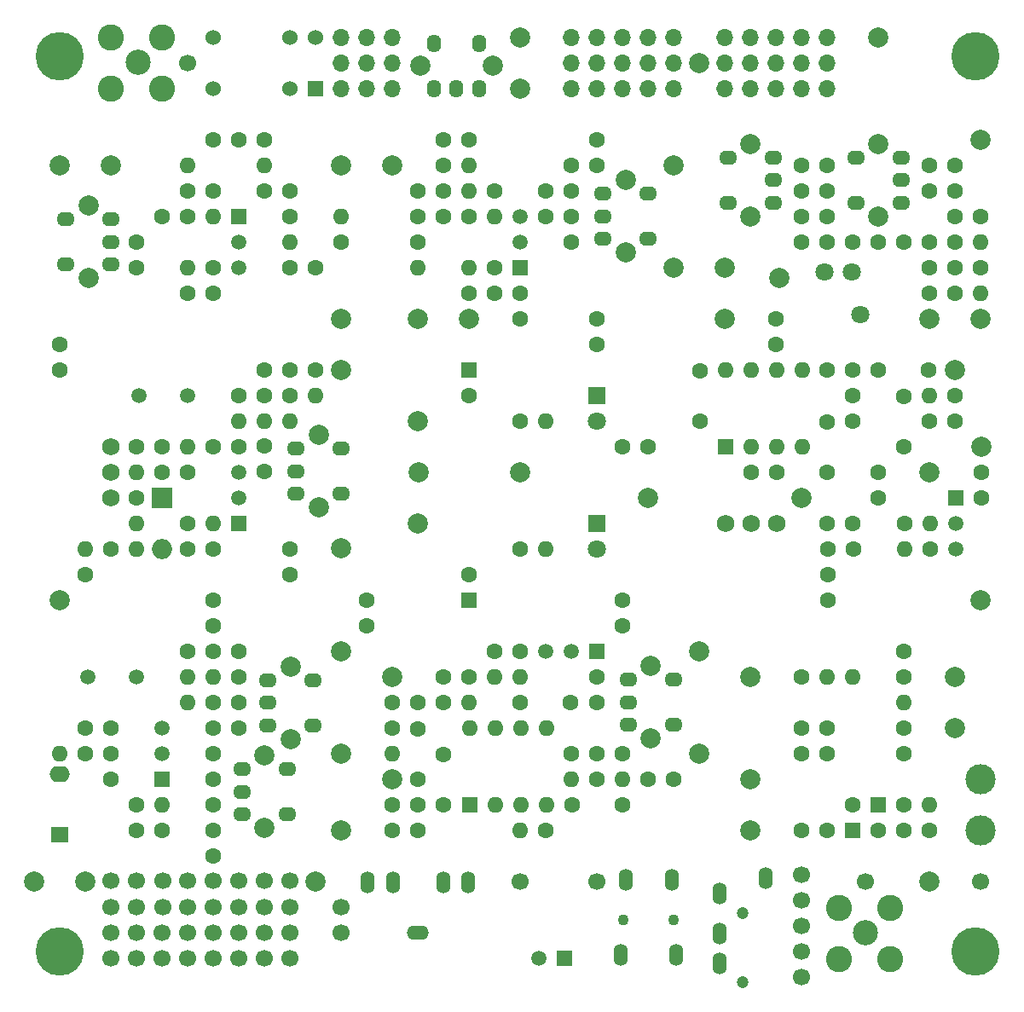
<source format=gbr>
%TF.GenerationSoftware,KiCad,Pcbnew,7.0.2-0*%
%TF.CreationDate,2024-07-29T15:30:36+09:00*%
%TF.ProjectId,am-pcb4,616d2d70-6362-4342-9e6b-696361645f70,rev?*%
%TF.SameCoordinates,Original*%
%TF.FileFunction,Soldermask,Bot*%
%TF.FilePolarity,Negative*%
%FSLAX46Y46*%
G04 Gerber Fmt 4.6, Leading zero omitted, Abs format (unit mm)*
G04 Created by KiCad (PCBNEW 7.0.2-0) date 2024-07-29 15:30:36*
%MOMM*%
%LPD*%
G01*
G04 APERTURE LIST*
%ADD10O,2.200000X1.400000*%
%ADD11O,1.400000X2.200000*%
%ADD12C,1.100000*%
%ADD13C,1.700000*%
%ADD14O,1.700000X1.700000*%
%ADD15R,1.524000X1.524000*%
%ADD16C,1.524000*%
%ADD17C,4.800000*%
%ADD18C,1.600000*%
%ADD19O,1.600000X1.600000*%
%ADD20C,2.000000*%
%ADD21R,1.500000X1.500000*%
%ADD22C,1.500000*%
%ADD23R,1.600000X1.600000*%
%ADD24R,1.800000X1.800000*%
%ADD25C,1.800000*%
%ADD26O,1.400000X1.800000*%
%ADD27C,2.600000*%
%ADD28C,2.500000*%
%ADD29R,2.000000X2.000000*%
%ADD30O,2.000000X2.000000*%
%ADD31O,1.800000X1.400000*%
%ADD32C,1.750000*%
%ADD33O,2.000000X1.600000*%
%ADD34R,1.800000X1.600000*%
%ADD35C,3.000000*%
%ADD36C,1.200000*%
G04 APERTURE END LIST*
D10*
%TO.C,J94*%
X215900000Y-132080000D03*
D11*
X210900000Y-127080000D03*
X213400000Y-127080000D03*
X220900000Y-127080000D03*
X218400000Y-127080000D03*
%TD*%
D12*
%TO.C,J95*%
X241300000Y-130810000D03*
X236300000Y-130810000D03*
D11*
X236500000Y-126810000D03*
X241100000Y-126810000D03*
X241550000Y-134310000D03*
X236050000Y-134310000D03*
%TD*%
D13*
%TO.C,TP118*%
X254000000Y-128905000D03*
%TD*%
%TO.C,TP119*%
X254000000Y-136525000D03*
%TD*%
%TO.C,TP98*%
X254000000Y-133985000D03*
%TD*%
D14*
%TO.C,J102*%
X208280000Y-43180000D03*
X208280000Y-45720000D03*
X208280000Y-48260000D03*
X210820000Y-43180000D03*
X210820000Y-45720000D03*
X210820000Y-48260000D03*
X213360000Y-43180000D03*
X213360000Y-45720000D03*
X213360000Y-48260000D03*
%TD*%
D15*
%TO.C,K91*%
X205740000Y-48260000D03*
D16*
X205740000Y-43180000D03*
X203200000Y-48260000D03*
X203200000Y-43180000D03*
X195580000Y-48260000D03*
X195580000Y-43180000D03*
%TD*%
D17*
%TO.C,Z3*%
X180340000Y-133985000D03*
%TD*%
D18*
%TO.C,R23*%
X193040000Y-86360000D03*
D19*
X193040000Y-83820000D03*
%TD*%
D20*
%TO.C,TP71*%
X213360000Y-106680000D03*
%TD*%
D18*
%TO.C,C8*%
X210820000Y-101600000D03*
X210820000Y-99060000D03*
%TD*%
%TO.C,C54*%
X264160000Y-78820000D03*
X264160000Y-83820000D03*
%TD*%
D20*
%TO.C,TP101*%
X208280000Y-71120000D03*
%TD*%
D18*
%TO.C,C77*%
X218440000Y-114380000D03*
X218440000Y-119380000D03*
%TD*%
%TO.C,L71*%
X236220000Y-114300000D03*
D19*
X236220000Y-116840000D03*
%TD*%
D18*
%TO.C,L61*%
X182880000Y-114300000D03*
D19*
X180340000Y-114300000D03*
%TD*%
D18*
%TO.C,R76*%
X228600000Y-121920000D03*
D19*
X226060000Y-121920000D03*
%TD*%
D21*
%TO.C,Q61*%
X190500000Y-116840000D03*
D22*
X190500000Y-114300000D03*
X190500000Y-111760000D03*
%TD*%
D20*
%TO.C,TP86*%
X248920000Y-121920000D03*
%TD*%
D18*
%TO.C,C16*%
X195580000Y-66040000D03*
X195580000Y-68580000D03*
%TD*%
D13*
%TO.C,J104*%
X185420000Y-134620000D03*
X187960000Y-134620000D03*
X190500000Y-134620000D03*
X193040000Y-134620000D03*
X195580000Y-134620000D03*
X198120000Y-134620000D03*
X200660000Y-134620000D03*
X203200000Y-134620000D03*
X185420000Y-132080000D03*
X187960000Y-132080000D03*
X190500000Y-132080000D03*
X193040000Y-132080000D03*
X195580000Y-132080000D03*
X198120000Y-132080000D03*
X200660000Y-132080000D03*
X203200000Y-132080000D03*
X185420000Y-129540000D03*
X187960000Y-129540000D03*
X190540000Y-129540000D03*
X193040000Y-129540000D03*
X195580000Y-129540000D03*
X198120000Y-129540000D03*
X200660000Y-129540000D03*
X203200000Y-129540000D03*
X185420000Y-126960000D03*
X187960000Y-126960000D03*
X190540000Y-126960000D03*
X193040000Y-126960000D03*
X195580000Y-126960000D03*
X198120000Y-126960000D03*
X200660000Y-126960000D03*
X203200000Y-126960000D03*
%TD*%
D23*
%TO.C,U71*%
X220990000Y-119380000D03*
D19*
X223530000Y-119380000D03*
X226070000Y-119380000D03*
X228610000Y-119380000D03*
X228610000Y-111760000D03*
X226070000Y-111760000D03*
X223530000Y-111760000D03*
X220990000Y-111760000D03*
%TD*%
D20*
%TO.C,TP62*%
X208280000Y-114300000D03*
%TD*%
D24*
%TO.C,D92*%
X233680000Y-91440000D03*
D25*
X233680000Y-93980000D03*
%TD*%
D13*
%TO.C,TP91*%
X193040000Y-45720000D03*
%TD*%
D20*
%TO.C,TP112*%
X226060000Y-48260000D03*
%TD*%
D13*
%TO.C,TP94*%
X233680000Y-127000000D03*
%TD*%
D26*
%TO.C,T91*%
X217460000Y-48260000D03*
X219710000Y-48260000D03*
X221960000Y-48260000D03*
X221960000Y-43760000D03*
X217460000Y-43760000D03*
D20*
X216110000Y-46010000D03*
X223310000Y-46010000D03*
%TD*%
%TO.C,TP31*%
X215900000Y-71120000D03*
%TD*%
D18*
%TO.C,R33*%
X223520000Y-58420000D03*
D19*
X223520000Y-60960000D03*
%TD*%
D14*
%TO.C,J103*%
X246380000Y-48260000D03*
X248920000Y-48260000D03*
X251460000Y-48260000D03*
X254000000Y-48260000D03*
X256540000Y-48260000D03*
X246380000Y-45720000D03*
X248920000Y-45720000D03*
X251460000Y-45720000D03*
X254000000Y-45720000D03*
X256540000Y-45720000D03*
X246380000Y-43180000D03*
X248920000Y-43180000D03*
X251460000Y-43180000D03*
X254000000Y-43180000D03*
X256540000Y-43180000D03*
%TD*%
D18*
%TO.C,C76*%
X226060000Y-109220000D03*
X231060000Y-109220000D03*
%TD*%
%TO.C,C21*%
X180340000Y-73660000D03*
X180340000Y-76200000D03*
%TD*%
%TO.C,C35*%
X228600000Y-58420000D03*
X228600000Y-60960000D03*
%TD*%
%TO.C,C95*%
X254000000Y-60960000D03*
X256540000Y-60960000D03*
%TD*%
D20*
%TO.C,TP116*%
X226060000Y-43180000D03*
%TD*%
D18*
%TO.C,R12*%
X208280000Y-63500000D03*
D19*
X208280000Y-60960000D03*
%TD*%
D18*
%TO.C,C86*%
X264160000Y-119380000D03*
X264160000Y-121920000D03*
%TD*%
%TO.C,C55*%
X271790000Y-86350000D03*
X271790000Y-88890000D03*
%TD*%
%TO.C,C51*%
X243850000Y-81270000D03*
X243850000Y-76270000D03*
%TD*%
%TO.C,R29*%
X200660000Y-78740000D03*
D19*
X200660000Y-81280000D03*
%TD*%
D13*
%TO.C,TP95*%
X208280000Y-129540000D03*
%TD*%
D18*
%TO.C,C23*%
X200660000Y-83707717D03*
X200660000Y-86247717D03*
%TD*%
D20*
%TO.C,TP115*%
X208280000Y-121920000D03*
%TD*%
D18*
%TO.C,R71*%
X226060000Y-104140000D03*
D19*
X226060000Y-106680000D03*
%TD*%
%TO.C,L22*%
X187960000Y-91440000D03*
D18*
X187960000Y-88900000D03*
%TD*%
%TO.C,R11*%
X200660000Y-53340000D03*
D19*
X200660000Y-55880000D03*
%TD*%
D13*
%TO.C,TP99*%
X254000000Y-131445000D03*
%TD*%
D20*
%TO.C,TP2*%
X177800000Y-127000000D03*
%TD*%
D18*
%TO.C,R75*%
X213360000Y-111760000D03*
D19*
X213360000Y-114300000D03*
%TD*%
D20*
%TO.C,TP74*%
X243841000Y-104140000D03*
%TD*%
D17*
%TO.C,Z1*%
X271272000Y-45085000D03*
%TD*%
D18*
%TO.C,C34*%
X231140000Y-60960000D03*
X231140000Y-63500000D03*
%TD*%
%TO.C,R63*%
X193040000Y-104140000D03*
D19*
X193040000Y-106680000D03*
%TD*%
D20*
%TO.C,TP106*%
X271780000Y-99060000D03*
%TD*%
D18*
%TO.C,C67*%
X187960000Y-119380000D03*
X187960000Y-121920000D03*
%TD*%
%TO.C,R64*%
X190500000Y-121920000D03*
D19*
X190500000Y-119380000D03*
%TD*%
D18*
%TO.C,C93*%
X261620000Y-88890000D03*
X261620000Y-86350000D03*
%TD*%
D21*
%TO.C,Q11*%
X198120000Y-60960000D03*
D22*
X198120000Y-63500000D03*
X198120000Y-66040000D03*
%TD*%
D18*
%TO.C,C71*%
X213360000Y-109220000D03*
X215900000Y-109220000D03*
%TD*%
D20*
%TO.C,TP3*%
X215900000Y-81280000D03*
%TD*%
D18*
%TO.C,C44*%
X269240000Y-68580000D03*
X266700000Y-68580000D03*
%TD*%
%TO.C,C52*%
X248930000Y-86350000D03*
X251470000Y-86350000D03*
%TD*%
D20*
%TO.C,TP5*%
X182880000Y-127000000D03*
%TD*%
D18*
%TO.C,C22*%
X200660000Y-76200000D03*
X203200000Y-76200000D03*
%TD*%
D21*
%TO.C,U91*%
X230410000Y-134620000D03*
D22*
X227870000Y-134620000D03*
%TD*%
D18*
%TO.C,R21*%
X205740000Y-76200000D03*
D19*
X205740000Y-78740000D03*
%TD*%
D18*
%TO.C,C72*%
X233680000Y-106680000D03*
X233680000Y-109220000D03*
%TD*%
%TO.C,R52*%
X269240000Y-78740000D03*
D19*
X266700000Y-78740000D03*
%TD*%
D18*
%TO.C,C59*%
X261620000Y-76190000D03*
X266620000Y-76190000D03*
%TD*%
D27*
%TO.C,J91*%
X257710000Y-129616000D03*
X257710000Y-134696000D03*
X262790000Y-129616000D03*
X262790000Y-134696000D03*
D28*
X260350000Y-132081000D03*
%TD*%
D18*
%TO.C,R35*%
X215900000Y-63500000D03*
D19*
X215900000Y-66040000D03*
%TD*%
D20*
%TO.C,TP114*%
X243840000Y-45720000D03*
%TD*%
D18*
%TO.C,C38*%
X226060000Y-68580000D03*
X226060000Y-71120000D03*
%TD*%
D29*
%TO.C,D21*%
X190500000Y-88900000D03*
D30*
X190500000Y-93980000D03*
%TD*%
D20*
%TO.C,TP57*%
X269240000Y-76190000D03*
%TD*%
D22*
%TO.C,X61*%
X183080000Y-106680000D03*
X187960000Y-106680000D03*
%TD*%
D20*
%TO.C,TP59*%
X266700000Y-86360000D03*
%TD*%
%TO.C,TP109*%
X180340000Y-99060000D03*
%TD*%
D18*
%TO.C,C85*%
X254000000Y-121920000D03*
X256540000Y-121920000D03*
%TD*%
D20*
%TO.C,TP55*%
X271790000Y-83810000D03*
%TD*%
D18*
%TO.C,C83*%
X256540000Y-111760000D03*
X256540000Y-114300000D03*
%TD*%
%TO.C,R51*%
X264170000Y-91430000D03*
D19*
X264170000Y-93970000D03*
%TD*%
D18*
%TO.C,R28*%
X203200000Y-78740000D03*
D19*
X203200000Y-81280000D03*
%TD*%
D18*
%TO.C,R81*%
X266700000Y-121920000D03*
D19*
X266700000Y-119380000D03*
%TD*%
D22*
%TO.C,X21*%
X188160000Y-78740000D03*
X193040000Y-78740000D03*
%TD*%
D18*
%TO.C,R74*%
X218440000Y-109220000D03*
D19*
X220980000Y-109220000D03*
%TD*%
D18*
%TO.C,C64*%
X195580000Y-111760000D03*
X195580000Y-114300000D03*
%TD*%
D20*
%TO.C,TP21*%
X208280000Y-76200000D03*
%TD*%
D18*
%TO.C,L11*%
X203200000Y-60960000D03*
D19*
X203200000Y-63500000D03*
%TD*%
D31*
%TO.C,T21*%
X203780000Y-83997717D03*
X203780000Y-86247717D03*
X203780000Y-88497717D03*
X208280000Y-88497717D03*
X208280000Y-83997717D03*
D20*
X206030000Y-82647717D03*
X206030000Y-89847717D03*
%TD*%
D18*
%TO.C,C80*%
X231140000Y-114300000D03*
X233680000Y-114300000D03*
%TD*%
%TO.C,C63*%
X198120000Y-109220000D03*
X198120000Y-111760000D03*
%TD*%
D20*
%TO.C,TP52*%
X238760000Y-88900000D03*
%TD*%
D18*
%TO.C,C7*%
X195580000Y-124460000D03*
X195580000Y-121920000D03*
%TD*%
%TO.C,C39*%
X223520000Y-66040000D03*
X223520000Y-68580000D03*
%TD*%
%TO.C,C84*%
X264160000Y-111760000D03*
X264160000Y-114300000D03*
%TD*%
D21*
%TO.C,Q21*%
X198120000Y-91440000D03*
D22*
X198120000Y-88900000D03*
X198120000Y-86360000D03*
%TD*%
D25*
%TO.C,U41*%
X256278400Y-66471800D03*
X258978400Y-66471800D03*
X259778400Y-70671800D03*
%TD*%
D20*
%TO.C,TP102*%
X241300000Y-55880000D03*
%TD*%
%TO.C,TP42*%
X266700000Y-71120000D03*
%TD*%
D18*
%TO.C,C3*%
X233680000Y-73660000D03*
X233680000Y-71120000D03*
%TD*%
%TO.C,C9*%
X236220000Y-101600000D03*
X236220000Y-99060000D03*
%TD*%
%TO.C,C65*%
X185420000Y-114300000D03*
X185420000Y-116840000D03*
%TD*%
D13*
%TO.C,TP56*%
X271780000Y-127000000D03*
%TD*%
D20*
%TO.C,TP11*%
X180340000Y-55880000D03*
%TD*%
D19*
%TO.C,R32*%
X220980000Y-58420000D03*
D18*
X220980000Y-60960000D03*
%TD*%
%TO.C,C13*%
X205740000Y-66040000D03*
X203200000Y-66040000D03*
%TD*%
%TO.C,C75*%
X231180000Y-119380000D03*
X236180000Y-119380000D03*
%TD*%
%TO.C,R53*%
X266710000Y-93970000D03*
D19*
X266710000Y-91430000D03*
%TD*%
D24*
%TO.C,D91*%
X233680000Y-78740000D03*
D25*
X233680000Y-81280000D03*
%TD*%
D31*
%TO.C,T62*%
X198410000Y-115860000D03*
X198410000Y-118110000D03*
X198410000Y-120360000D03*
X202910000Y-120360000D03*
X202910000Y-115860000D03*
D20*
X200660000Y-114510000D03*
X200660000Y-121710000D03*
%TD*%
D18*
%TO.C,*%
X264160000Y-104140000D03*
%TD*%
%TO.C,C37*%
X215900000Y-60960000D03*
X218440000Y-60960000D03*
%TD*%
%TO.C,R15*%
X193040000Y-68580000D03*
D19*
X193040000Y-66040000D03*
%TD*%
D18*
%TO.C,R26*%
X185420000Y-93980000D03*
D19*
X187960000Y-93980000D03*
%TD*%
D32*
%TO.C,R54*%
X246390000Y-91430000D03*
X248930000Y-91430000D03*
X251470000Y-91430000D03*
%TD*%
D20*
%TO.C,TP51*%
X254000000Y-88900000D03*
%TD*%
D21*
%TO.C,Q31*%
X226060000Y-66040000D03*
D22*
X226060000Y-63500000D03*
X226060000Y-60960000D03*
%TD*%
D20*
%TO.C,TP41*%
X251735000Y-67085000D03*
%TD*%
D27*
%TO.C,J92*%
X185420000Y-43180000D03*
X185420000Y-48260000D03*
X190500000Y-43180000D03*
X190500000Y-48260000D03*
D28*
X188060000Y-45645000D03*
%TD*%
D18*
%TO.C,C78*%
X213360000Y-119380000D03*
X215900000Y-119380000D03*
%TD*%
D20*
%TO.C,TP4*%
X215900000Y-91440000D03*
%TD*%
D18*
%TO.C,R14*%
X193040000Y-58420000D03*
D19*
X193040000Y-55880000D03*
%TD*%
D23*
%TO.C,C1*%
X220980000Y-76200000D03*
D18*
X220980000Y-78740000D03*
%TD*%
%TO.C,R34*%
X220980000Y-68580000D03*
D19*
X220980000Y-66040000D03*
%TD*%
D18*
%TO.C,C91*%
X236220000Y-83820000D03*
X238760000Y-83820000D03*
%TD*%
%TO.C,C94*%
X266700000Y-63500000D03*
X264160000Y-63500000D03*
%TD*%
%TO.C,C43*%
X269240000Y-66040000D03*
X266700000Y-66040000D03*
%TD*%
%TO.C,C12*%
X200660000Y-58420000D03*
X203200000Y-58420000D03*
%TD*%
D21*
%TO.C,IC51*%
X269250000Y-88890000D03*
D22*
X269250000Y-91430000D03*
X269250000Y-93970000D03*
%TD*%
D23*
%TO.C,D82*%
X259080000Y-121920000D03*
D18*
X259080000Y-119380000D03*
%TD*%
%TO.C,C92*%
X269240000Y-81280000D03*
X266700000Y-81280000D03*
%TD*%
%TO.C,R91*%
X226060000Y-81280000D03*
D19*
X228600000Y-81280000D03*
%TD*%
D18*
%TO.C,R73*%
X233680000Y-116840000D03*
D19*
X231140000Y-116840000D03*
%TD*%
D18*
%TO.C,L21*%
X190500000Y-86360000D03*
D19*
X187960000Y-86360000D03*
%TD*%
D18*
%TO.C,C5*%
X203200000Y-96520000D03*
X203200000Y-93980000D03*
%TD*%
%TO.C,C4*%
X256550000Y-96510000D03*
X256550000Y-99050000D03*
%TD*%
D23*
%TO.C,D81*%
X261620000Y-119380000D03*
D18*
X261620000Y-121920000D03*
%TD*%
D20*
%TO.C,TP61*%
X208280000Y-104140000D03*
%TD*%
D18*
%TO.C,R61*%
X195580000Y-104140000D03*
D19*
X195580000Y-106680000D03*
%TD*%
D20*
%TO.C,TP73*%
X213360000Y-116840000D03*
%TD*%
D23*
%TO.C,C2*%
X220980000Y-99060000D03*
D18*
X220980000Y-96520000D03*
%TD*%
%TO.C,C31*%
X231140000Y-58420000D03*
X231140000Y-55880000D03*
%TD*%
D20*
%TO.C,TP117*%
X266700000Y-127000000D03*
%TD*%
D18*
%TO.C,R92*%
X226060000Y-93980000D03*
D19*
X228600000Y-93980000D03*
%TD*%
D18*
%TO.C,L42*%
X271780000Y-66040000D03*
D19*
X271780000Y-68580000D03*
%TD*%
D20*
%TO.C,TP105*%
X243840000Y-114300000D03*
%TD*%
D18*
%TO.C,R72*%
X223520000Y-104140000D03*
D19*
X223520000Y-106680000D03*
%TD*%
D18*
%TO.C,C15*%
X187960000Y-63500000D03*
X187960000Y-66040000D03*
%TD*%
D20*
%TO.C,TP107*%
X271780000Y-53340000D03*
%TD*%
%TO.C,TP12*%
X208280000Y-55881000D03*
%TD*%
D18*
%TO.C,R62*%
X195580000Y-109220000D03*
D19*
X193040000Y-109220000D03*
%TD*%
D31*
%TO.C,T71*%
X236764000Y-111470000D03*
X236764000Y-109220000D03*
X236764000Y-106970000D03*
X241264000Y-106970000D03*
X241264000Y-111470000D03*
D20*
X239014000Y-105620000D03*
X239014000Y-112820000D03*
%TD*%
D13*
%TO.C,TP96*%
X208280000Y-132080000D03*
%TD*%
D33*
%TO.C,C69*%
X180340000Y-116380000D03*
D34*
X180340000Y-122380000D03*
%TD*%
D18*
%TO.C,C41*%
X254000000Y-63500000D03*
X256540000Y-63500000D03*
%TD*%
%TO.C,C68*%
X182880000Y-111760000D03*
X185420000Y-111760000D03*
%TD*%
D31*
%TO.C,T41*%
X251170000Y-59610000D03*
X251170000Y-57360000D03*
X251170000Y-55110000D03*
X246670000Y-55110000D03*
X246670000Y-59610000D03*
D20*
X248920000Y-60960000D03*
X248920000Y-53760000D03*
%TD*%
D18*
%TO.C,C58*%
X256540000Y-91440000D03*
X259080000Y-91440000D03*
%TD*%
%TO.C,C36*%
X215900000Y-58420000D03*
X218440000Y-58420000D03*
%TD*%
%TO.C,L41*%
X269240000Y-63500000D03*
D19*
X271780000Y-63500000D03*
%TD*%
D18*
%TO.C,C62*%
X198120000Y-104140000D03*
X198120000Y-106680000D03*
%TD*%
%TO.C,C33*%
X218440000Y-53340000D03*
X218440000Y-55880000D03*
%TD*%
D20*
%TO.C,TP34*%
X241300000Y-66040000D03*
%TD*%
D18*
%TO.C,C81*%
X215900000Y-116840000D03*
X215900000Y-111840000D03*
%TD*%
%TO.C,C82*%
X254000000Y-111760000D03*
X254000000Y-114300000D03*
%TD*%
D31*
%TO.C,T61*%
X200986000Y-107006000D03*
X200986000Y-109256000D03*
X200986000Y-111506000D03*
X205486000Y-111506000D03*
X205486000Y-107006000D03*
D20*
X203236000Y-105656000D03*
X203236000Y-112856000D03*
%TD*%
D13*
%TO.C,TP93*%
X260350000Y-127000000D03*
%TD*%
D19*
%TO.C,*%
X259080000Y-106680000D03*
%TD*%
D20*
%TO.C,TP89*%
X269240000Y-106680000D03*
%TD*%
D18*
%TO.C,C14*%
X190500000Y-60960000D03*
X193040000Y-60960000D03*
%TD*%
D20*
%TO.C,TP113*%
X205740000Y-127000000D03*
%TD*%
D18*
%TO.C,C66*%
X195580000Y-116840000D03*
X195580000Y-119380000D03*
%TD*%
D35*
%TO.C,TP88*%
X271780000Y-121920000D03*
%TD*%
D18*
%TO.C,R13*%
X195580000Y-58420000D03*
D19*
X195580000Y-60960000D03*
%TD*%
D18*
%TO.C,C6*%
X251460000Y-73660000D03*
X251460000Y-71120000D03*
%TD*%
%TO.C,R22*%
X198120000Y-78740000D03*
D19*
X198120000Y-81280000D03*
%TD*%
D31*
%TO.C,T42*%
X263870000Y-59610000D03*
X263870000Y-57360000D03*
X263870000Y-55110000D03*
X259370000Y-55110000D03*
X259370000Y-59610000D03*
D20*
X261620000Y-60960000D03*
X261620000Y-53760000D03*
%TD*%
%TO.C,TP108*%
X226060000Y-86360000D03*
%TD*%
D18*
%TO.C,R24*%
X182880000Y-96520000D03*
D19*
X182880000Y-93980000D03*
%TD*%
D18*
%TO.C,C46*%
X256540000Y-58420000D03*
X256540000Y-55880000D03*
%TD*%
D36*
%TO.C,J93*%
X248100000Y-136975000D03*
X248100000Y-130175000D03*
D11*
X245800000Y-132175000D03*
X245800000Y-135175000D03*
X250400000Y-126675000D03*
X245800000Y-128175000D03*
%TD*%
D18*
%TO.C,C74*%
X238760000Y-116840000D03*
X241300000Y-116840000D03*
%TD*%
%TO.C,C42*%
X269240000Y-60960000D03*
X271780000Y-60960000D03*
%TD*%
%TO.C,C48*%
X269240000Y-58420000D03*
X269240000Y-55880000D03*
%TD*%
D17*
%TO.C,Z4*%
X180340000Y-45085000D03*
%TD*%
D18*
%TO.C,C56*%
X259090000Y-93970000D03*
X256550000Y-93970000D03*
%TD*%
%TO.C,C53*%
X259080000Y-78740000D03*
X259080000Y-81280000D03*
%TD*%
%TO.C,C96*%
X259080000Y-63500000D03*
X261620000Y-63500000D03*
%TD*%
D20*
%TO.C,TP19*%
X185420000Y-55880000D03*
%TD*%
D18*
%TO.C,C32*%
X233680000Y-55880000D03*
X233680000Y-53340000D03*
%TD*%
%TO.C,C11*%
X198120000Y-53340000D03*
X195580000Y-53340000D03*
%TD*%
D20*
%TO.C,TP32*%
X213360000Y-55880000D03*
%TD*%
D18*
%TO.C,C24*%
X198120000Y-83820000D03*
X195580000Y-83820000D03*
%TD*%
%TO.C,R27*%
X195580000Y-93980000D03*
D19*
X195580000Y-91440000D03*
%TD*%
D20*
%TO.C,TP44*%
X246380000Y-66040000D03*
%TD*%
D14*
%TO.C,J101*%
X231140000Y-48260000D03*
X233680000Y-48260000D03*
X236220000Y-48260000D03*
X238760000Y-48260000D03*
X241300000Y-48260000D03*
X231140000Y-45720000D03*
X233680000Y-45720000D03*
X236220000Y-45720000D03*
X238760000Y-45720000D03*
X241300000Y-45720000D03*
X231140000Y-43180000D03*
X233680000Y-43180000D03*
X236220000Y-43180000D03*
X238760000Y-43180000D03*
X241300000Y-43180000D03*
%TD*%
D32*
%TO.C,R25*%
X185420000Y-88900000D03*
X185420000Y-86360000D03*
X185420000Y-83820000D03*
%TD*%
D18*
%TO.C,C57*%
X256540000Y-81350000D03*
X256540000Y-86350000D03*
%TD*%
%TO.C,L81*%
X254000000Y-106680000D03*
D19*
X256540000Y-106680000D03*
%TD*%
D20*
%TO.C,TP110*%
X248920000Y-116840000D03*
%TD*%
%TO.C,TP103*%
X208280000Y-93867717D03*
%TD*%
D23*
%TO.C,U51*%
X246390000Y-83810000D03*
D19*
X248930000Y-83810000D03*
X251470000Y-83810000D03*
X254010000Y-83810000D03*
X254010000Y-76190000D03*
X251470000Y-76190000D03*
X248930000Y-76190000D03*
X246390000Y-76190000D03*
%TD*%
D18*
%TO.C,C60*%
X256540000Y-76200000D03*
X259080000Y-76200000D03*
%TD*%
D20*
%TO.C,TP85*%
X269240000Y-111760000D03*
%TD*%
D18*
%TO.C,L82*%
X264160000Y-106680000D03*
D19*
X264160000Y-109220000D03*
%TD*%
D18*
%TO.C,C79*%
X215900000Y-121920000D03*
X213360000Y-121920000D03*
%TD*%
%TO.C,R31*%
X220980000Y-53340000D03*
D19*
X220980000Y-55880000D03*
%TD*%
D20*
%TO.C,TP84*%
X248920000Y-106680000D03*
%TD*%
%TO.C,TP104*%
X246380000Y-71120000D03*
%TD*%
D35*
%TO.C,TP87*%
X271780000Y-116840000D03*
%TD*%
D17*
%TO.C,Z2*%
X271272000Y-133985000D03*
%TD*%
D20*
%TO.C,TP33*%
X220980000Y-71120000D03*
%TD*%
%TO.C,TP111*%
X261620000Y-43180000D03*
%TD*%
D18*
%TO.C,C26*%
X190500000Y-83820000D03*
X187960000Y-83820000D03*
%TD*%
D20*
%TO.C,TP9*%
X215959000Y-86360000D03*
%TD*%
D18*
%TO.C,C61*%
X195580000Y-101600000D03*
X195580000Y-99060000D03*
%TD*%
%TO.C,C25*%
X193040000Y-91440000D03*
X193040000Y-93980000D03*
%TD*%
D13*
%TO.C,TP92*%
X226060000Y-127000000D03*
%TD*%
D20*
%TO.C,TP45*%
X271780000Y-71120000D03*
%TD*%
D18*
%TO.C,C45*%
X254000000Y-58420000D03*
X254000000Y-55880000D03*
%TD*%
D21*
%TO.C,Q71*%
X233680000Y-104140000D03*
D22*
X231140000Y-104140000D03*
X228600000Y-104140000D03*
%TD*%
D18*
%TO.C,C73*%
X218440000Y-106680000D03*
X220980000Y-106680000D03*
%TD*%
D13*
%TO.C,TP97*%
X254000000Y-126365000D03*
%TD*%
D31*
%TO.C,T11*%
X185420000Y-61250000D03*
X185420000Y-63500000D03*
X185420000Y-65750000D03*
X180920000Y-65750000D03*
X180920000Y-61250000D03*
D20*
X183170000Y-67100000D03*
X183170000Y-59900000D03*
%TD*%
D18*
%TO.C,C47*%
X266700000Y-58420000D03*
X266700000Y-55880000D03*
%TD*%
D31*
%TO.C,T31*%
X234260000Y-58710000D03*
X234260000Y-60960000D03*
X234260000Y-63210000D03*
X238760000Y-58710000D03*
X238760000Y-63210000D03*
D20*
X236510000Y-57360000D03*
X236510000Y-64560000D03*
%TD*%
M02*

</source>
